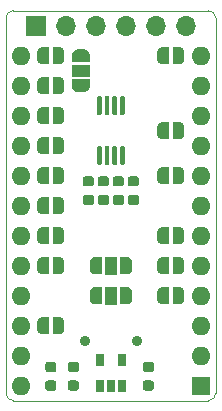
<source format=gbr>
%TF.GenerationSoftware,KiCad,Pcbnew,5.1.6+dfsg1-1~bpo10+1*%
%TF.CreationDate,2020-07-08T21:11:21+00:00*%
%TF.ProjectId,ProMicro_UART,50726f4d-6963-4726-9f5f-554152542e6b,v2*%
%TF.SameCoordinates,Original*%
%TF.FileFunction,Soldermask,Bot*%
%TF.FilePolarity,Negative*%
%FSLAX45Y45*%
G04 Gerber Fmt 4.5, Leading zero omitted, Abs format (unit mm)*
G04 Created by KiCad (PCBNEW 5.1.6+dfsg1-1~bpo10+1) date 2020-07-08 21:11:21*
%MOMM*%
%LPD*%
G01*
G04 APERTURE LIST*
%TA.AperFunction,Profile*%
%ADD10C,0.100000*%
%TD*%
%ADD11O,1.600000X1.600000*%
%ADD12R,1.600000X1.600000*%
%ADD13C,0.150000*%
%ADD14R,1.000000X1.500000*%
%ADD15R,1.500000X1.000000*%
%ADD16R,0.650000X1.060000*%
%ADD17C,0.900000*%
%ADD18O,1.700000X1.700000*%
%ADD19R,1.700000X1.700000*%
G04 APERTURE END LIST*
D10*
X-1651000Y3111500D02*
X-1651000Y-63500D01*
X127000Y3111500D02*
X127000Y-63500D01*
X-1587500Y-127000D02*
G75*
G02*
X-1651000Y-63500I0J63500D01*
G01*
X127000Y-63500D02*
G75*
G02*
X63500Y-127000I-63500J0D01*
G01*
X63500Y3175000D02*
G75*
G02*
X127000Y3111500I0J-63500D01*
G01*
X-1651000Y3111500D02*
G75*
G02*
X-1587500Y3175000I63500J0D01*
G01*
X63500Y-127000D02*
X-1587500Y-127000D01*
X-1587500Y3175000D02*
X63500Y3175000D01*
D11*
X-1524000Y0D03*
X-1524000Y254000D03*
X-1524000Y508000D03*
X0Y2794000D03*
X-1524000Y762000D03*
X0Y2540000D03*
X-1524000Y1016000D03*
X0Y2286000D03*
X-1524000Y1270000D03*
X0Y2032000D03*
X-1524000Y1524000D03*
X0Y1778000D03*
X-1524000Y1778000D03*
X0Y1524000D03*
X-1524000Y2032000D03*
X0Y1270000D03*
X-1524000Y2286000D03*
X0Y1016000D03*
X-1524000Y2540000D03*
X0Y762000D03*
X-1524000Y2794000D03*
X0Y508000D03*
X0Y254000D03*
D12*
X0Y0D03*
G36*
G01*
X-851125Y1616000D02*
X-799875Y1616000D01*
G75*
G02*
X-778000Y1594125I0J-21875D01*
G01*
X-778000Y1550375D01*
G75*
G02*
X-799875Y1528500I-21875J0D01*
G01*
X-851125Y1528500D01*
G75*
G02*
X-873000Y1550375I0J21875D01*
G01*
X-873000Y1594125D01*
G75*
G02*
X-851125Y1616000I21875J0D01*
G01*
G37*
G36*
G01*
X-851125Y1773500D02*
X-799875Y1773500D01*
G75*
G02*
X-778000Y1751625I0J-21875D01*
G01*
X-778000Y1707875D01*
G75*
G02*
X-799875Y1686000I-21875J0D01*
G01*
X-851125Y1686000D01*
G75*
G02*
X-873000Y1707875I0J21875D01*
G01*
X-873000Y1751625D01*
G75*
G02*
X-851125Y1773500I21875J0D01*
G01*
G37*
G36*
G01*
X-978125Y1616000D02*
X-926875Y1616000D01*
G75*
G02*
X-905000Y1594125I0J-21875D01*
G01*
X-905000Y1550375D01*
G75*
G02*
X-926875Y1528500I-21875J0D01*
G01*
X-978125Y1528500D01*
G75*
G02*
X-1000000Y1550375I0J21875D01*
G01*
X-1000000Y1594125D01*
G75*
G02*
X-978125Y1616000I21875J0D01*
G01*
G37*
G36*
G01*
X-978125Y1773500D02*
X-926875Y1773500D01*
G75*
G02*
X-905000Y1751625I0J-21875D01*
G01*
X-905000Y1707875D01*
G75*
G02*
X-926875Y1686000I-21875J0D01*
G01*
X-978125Y1686000D01*
G75*
G02*
X-1000000Y1707875I0J21875D01*
G01*
X-1000000Y1751625D01*
G75*
G02*
X-978125Y1773500I21875J0D01*
G01*
G37*
G36*
G01*
X-724125Y1616000D02*
X-672875Y1616000D01*
G75*
G02*
X-651000Y1594125I0J-21875D01*
G01*
X-651000Y1550375D01*
G75*
G02*
X-672875Y1528500I-21875J0D01*
G01*
X-724125Y1528500D01*
G75*
G02*
X-746000Y1550375I0J21875D01*
G01*
X-746000Y1594125D01*
G75*
G02*
X-724125Y1616000I21875J0D01*
G01*
G37*
G36*
G01*
X-724125Y1773500D02*
X-672875Y1773500D01*
G75*
G02*
X-651000Y1751625I0J-21875D01*
G01*
X-651000Y1707875D01*
G75*
G02*
X-672875Y1686000I-21875J0D01*
G01*
X-724125Y1686000D01*
G75*
G02*
X-746000Y1707875I0J21875D01*
G01*
X-746000Y1751625D01*
G75*
G02*
X-724125Y1773500I21875J0D01*
G01*
G37*
G36*
G01*
X-597125Y1616000D02*
X-545875Y1616000D01*
G75*
G02*
X-524000Y1594125I0J-21875D01*
G01*
X-524000Y1550375D01*
G75*
G02*
X-545875Y1528500I-21875J0D01*
G01*
X-597125Y1528500D01*
G75*
G02*
X-619000Y1550375I0J21875D01*
G01*
X-619000Y1594125D01*
G75*
G02*
X-597125Y1616000I21875J0D01*
G01*
G37*
G36*
G01*
X-597125Y1773500D02*
X-545875Y1773500D01*
G75*
G02*
X-524000Y1751625I0J-21875D01*
G01*
X-524000Y1707875D01*
G75*
G02*
X-545875Y1686000I-21875J0D01*
G01*
X-597125Y1686000D01*
G75*
G02*
X-619000Y1707875I0J21875D01*
G01*
X-619000Y1751625D01*
G75*
G02*
X-597125Y1773500I21875J0D01*
G01*
G37*
D13*
G36*
X-319000Y2084060D02*
G01*
X-321453Y2084060D01*
X-326337Y2084541D01*
X-331149Y2085498D01*
X-335845Y2086923D01*
X-340378Y2088800D01*
X-344705Y2091114D01*
X-348785Y2093840D01*
X-352578Y2096952D01*
X-356048Y2100422D01*
X-359160Y2104215D01*
X-361886Y2108295D01*
X-364199Y2112622D01*
X-366077Y2117156D01*
X-367502Y2121851D01*
X-368459Y2126664D01*
X-368940Y2131547D01*
X-368940Y2134000D01*
X-369000Y2134000D01*
X-369000Y2184000D01*
X-368940Y2184000D01*
X-368940Y2186453D01*
X-368459Y2191337D01*
X-367502Y2196149D01*
X-366077Y2200845D01*
X-364199Y2205378D01*
X-361886Y2209705D01*
X-359160Y2213785D01*
X-356048Y2217578D01*
X-352578Y2221048D01*
X-348785Y2224160D01*
X-344705Y2226886D01*
X-340378Y2229200D01*
X-335845Y2231077D01*
X-331149Y2232502D01*
X-326337Y2233459D01*
X-321453Y2233940D01*
X-319000Y2233940D01*
X-319000Y2234000D01*
X-269000Y2234000D01*
X-269000Y2084000D01*
X-319000Y2084000D01*
X-319000Y2084060D01*
G37*
G36*
X-239000Y2234000D02*
G01*
X-189000Y2234000D01*
X-189000Y2233940D01*
X-186547Y2233940D01*
X-181663Y2233459D01*
X-176851Y2232502D01*
X-172156Y2231077D01*
X-167622Y2229200D01*
X-163295Y2226886D01*
X-159215Y2224160D01*
X-155422Y2221048D01*
X-151952Y2217578D01*
X-148840Y2213785D01*
X-146114Y2209705D01*
X-143801Y2205378D01*
X-141923Y2200845D01*
X-140498Y2196149D01*
X-139541Y2191337D01*
X-139060Y2186453D01*
X-139060Y2184000D01*
X-139000Y2184000D01*
X-139000Y2134000D01*
X-139060Y2134000D01*
X-139060Y2131547D01*
X-139541Y2126664D01*
X-140498Y2121851D01*
X-141923Y2117156D01*
X-143801Y2112622D01*
X-146114Y2108295D01*
X-148840Y2104215D01*
X-151952Y2100422D01*
X-155422Y2096952D01*
X-159215Y2093840D01*
X-163295Y2091114D01*
X-167622Y2088800D01*
X-172156Y2086923D01*
X-176851Y2085498D01*
X-181663Y2084541D01*
X-186547Y2084060D01*
X-189000Y2084060D01*
X-189000Y2084000D01*
X-239000Y2084000D01*
X-239000Y2234000D01*
G37*
G36*
X-1335000Y433060D02*
G01*
X-1337453Y433060D01*
X-1342337Y433541D01*
X-1347149Y434498D01*
X-1351845Y435923D01*
X-1356378Y437800D01*
X-1360705Y440114D01*
X-1364785Y442840D01*
X-1368578Y445952D01*
X-1372048Y449422D01*
X-1375160Y453215D01*
X-1377886Y457295D01*
X-1380200Y461622D01*
X-1382077Y466155D01*
X-1383502Y470851D01*
X-1384459Y475663D01*
X-1384940Y480547D01*
X-1384940Y483000D01*
X-1385000Y483000D01*
X-1385000Y533000D01*
X-1384940Y533000D01*
X-1384940Y535453D01*
X-1384459Y540337D01*
X-1383502Y545149D01*
X-1382077Y549845D01*
X-1380200Y554378D01*
X-1377886Y558705D01*
X-1375160Y562785D01*
X-1372048Y566578D01*
X-1368578Y570048D01*
X-1364785Y573160D01*
X-1360705Y575886D01*
X-1356378Y578200D01*
X-1351845Y580077D01*
X-1347149Y581502D01*
X-1342337Y582459D01*
X-1337453Y582940D01*
X-1335000Y582940D01*
X-1335000Y583000D01*
X-1285000Y583000D01*
X-1285000Y433000D01*
X-1335000Y433000D01*
X-1335000Y433060D01*
G37*
G36*
X-1255000Y583000D02*
G01*
X-1205000Y583000D01*
X-1205000Y582940D01*
X-1202547Y582940D01*
X-1197664Y582459D01*
X-1192851Y581502D01*
X-1188156Y580077D01*
X-1183622Y578200D01*
X-1179295Y575886D01*
X-1175215Y573160D01*
X-1171422Y570048D01*
X-1167952Y566578D01*
X-1164840Y562785D01*
X-1162114Y558705D01*
X-1159801Y554378D01*
X-1157923Y549845D01*
X-1156498Y545149D01*
X-1155541Y540337D01*
X-1155060Y535453D01*
X-1155060Y533000D01*
X-1155000Y533000D01*
X-1155000Y483000D01*
X-1155060Y483000D01*
X-1155060Y480547D01*
X-1155541Y475663D01*
X-1156498Y470851D01*
X-1157923Y466155D01*
X-1159801Y461622D01*
X-1162114Y457295D01*
X-1164840Y453215D01*
X-1167952Y449422D01*
X-1171422Y445952D01*
X-1175215Y442840D01*
X-1179295Y440114D01*
X-1183622Y437800D01*
X-1188156Y435923D01*
X-1192851Y434498D01*
X-1197664Y433541D01*
X-1202547Y433060D01*
X-1205000Y433060D01*
X-1205000Y433000D01*
X-1255000Y433000D01*
X-1255000Y583000D01*
G37*
G36*
G01*
X-654500Y2289000D02*
X-674500Y2289000D01*
G75*
G02*
X-684500Y2299000I0J10000D01*
G01*
X-684500Y2441500D01*
G75*
G02*
X-674500Y2451500I10000J0D01*
G01*
X-654500Y2451500D01*
G75*
G02*
X-644500Y2441500I0J-10000D01*
G01*
X-644500Y2299000D01*
G75*
G02*
X-654500Y2289000I-10000J0D01*
G01*
G37*
G36*
G01*
X-719500Y2289000D02*
X-739500Y2289000D01*
G75*
G02*
X-749500Y2299000I0J10000D01*
G01*
X-749500Y2441500D01*
G75*
G02*
X-739500Y2451500I10000J0D01*
G01*
X-719500Y2451500D01*
G75*
G02*
X-709500Y2441500I0J-10000D01*
G01*
X-709500Y2299000D01*
G75*
G02*
X-719500Y2289000I-10000J0D01*
G01*
G37*
G36*
G01*
X-784500Y2289000D02*
X-804500Y2289000D01*
G75*
G02*
X-814500Y2299000I0J10000D01*
G01*
X-814500Y2441500D01*
G75*
G02*
X-804500Y2451500I10000J0D01*
G01*
X-784500Y2451500D01*
G75*
G02*
X-774500Y2441500I0J-10000D01*
G01*
X-774500Y2299000D01*
G75*
G02*
X-784500Y2289000I-10000J0D01*
G01*
G37*
G36*
G01*
X-849500Y2289000D02*
X-869500Y2289000D01*
G75*
G02*
X-879500Y2299000I0J10000D01*
G01*
X-879500Y2441500D01*
G75*
G02*
X-869500Y2451500I10000J0D01*
G01*
X-849500Y2451500D01*
G75*
G02*
X-839500Y2441500I0J-10000D01*
G01*
X-839500Y2299000D01*
G75*
G02*
X-849500Y2289000I-10000J0D01*
G01*
G37*
G36*
G01*
X-849500Y1866500D02*
X-869500Y1866500D01*
G75*
G02*
X-879500Y1876500I0J10000D01*
G01*
X-879500Y2019000D01*
G75*
G02*
X-869500Y2029000I10000J0D01*
G01*
X-849500Y2029000D01*
G75*
G02*
X-839500Y2019000I0J-10000D01*
G01*
X-839500Y1876500D01*
G75*
G02*
X-849500Y1866500I-10000J0D01*
G01*
G37*
G36*
G01*
X-784500Y1866500D02*
X-804500Y1866500D01*
G75*
G02*
X-814500Y1876500I0J10000D01*
G01*
X-814500Y2019000D01*
G75*
G02*
X-804500Y2029000I10000J0D01*
G01*
X-784500Y2029000D01*
G75*
G02*
X-774500Y2019000I0J-10000D01*
G01*
X-774500Y1876500D01*
G75*
G02*
X-784500Y1866500I-10000J0D01*
G01*
G37*
G36*
G01*
X-719500Y1866500D02*
X-739500Y1866500D01*
G75*
G02*
X-749500Y1876500I0J10000D01*
G01*
X-749500Y2019000D01*
G75*
G02*
X-739500Y2029000I10000J0D01*
G01*
X-719500Y2029000D01*
G75*
G02*
X-709500Y2019000I0J-10000D01*
G01*
X-709500Y1876500D01*
G75*
G02*
X-719500Y1866500I-10000J0D01*
G01*
G37*
G36*
G01*
X-654500Y1866500D02*
X-674500Y1866500D01*
G75*
G02*
X-684500Y1876500I0J10000D01*
G01*
X-684500Y2019000D01*
G75*
G02*
X-674500Y2029000I10000J0D01*
G01*
X-654500Y2029000D01*
G75*
G02*
X-644500Y2019000I0J-10000D01*
G01*
X-644500Y1876500D01*
G75*
G02*
X-654500Y1866500I-10000J0D01*
G01*
G37*
D14*
X-762000Y1016000D03*
D13*
G36*
X-632000Y1090940D02*
G01*
X-629547Y1090940D01*
X-624664Y1090459D01*
X-619851Y1089502D01*
X-615156Y1088077D01*
X-610622Y1086200D01*
X-606295Y1083886D01*
X-602215Y1081160D01*
X-598422Y1078048D01*
X-594952Y1074578D01*
X-591840Y1070785D01*
X-589114Y1066705D01*
X-586801Y1062378D01*
X-584923Y1057845D01*
X-583498Y1053149D01*
X-582541Y1048336D01*
X-582060Y1043453D01*
X-582060Y1041000D01*
X-582000Y1041000D01*
X-582000Y991000D01*
X-582060Y991000D01*
X-582060Y988547D01*
X-582541Y983663D01*
X-583498Y978851D01*
X-584923Y974155D01*
X-586801Y969622D01*
X-589114Y965295D01*
X-591840Y961215D01*
X-594952Y957422D01*
X-598422Y953952D01*
X-602215Y950840D01*
X-606295Y948114D01*
X-610622Y945800D01*
X-615156Y943923D01*
X-619851Y942498D01*
X-624664Y941541D01*
X-629547Y941060D01*
X-632000Y941060D01*
X-632000Y941000D01*
X-687000Y941000D01*
X-687000Y1091000D01*
X-632000Y1091000D01*
X-632000Y1090940D01*
G37*
G36*
X-837000Y941000D02*
G01*
X-892000Y941000D01*
X-892000Y941060D01*
X-894453Y941060D01*
X-899336Y941541D01*
X-904149Y942498D01*
X-908844Y943923D01*
X-913378Y945800D01*
X-917705Y948114D01*
X-921785Y950840D01*
X-925578Y953952D01*
X-929048Y957422D01*
X-932160Y961215D01*
X-934886Y965295D01*
X-937199Y969622D01*
X-939077Y974155D01*
X-940502Y978851D01*
X-941459Y983663D01*
X-941940Y988547D01*
X-941940Y991000D01*
X-942000Y991000D01*
X-942000Y1041000D01*
X-941940Y1041000D01*
X-941940Y1043453D01*
X-941459Y1048336D01*
X-940502Y1053149D01*
X-939077Y1057845D01*
X-937199Y1062378D01*
X-934886Y1066705D01*
X-932160Y1070785D01*
X-929048Y1074578D01*
X-925578Y1078048D01*
X-921785Y1081160D01*
X-917705Y1083886D01*
X-913378Y1086200D01*
X-908844Y1088077D01*
X-904149Y1089502D01*
X-899336Y1090459D01*
X-894453Y1090940D01*
X-892000Y1090940D01*
X-892000Y1091000D01*
X-837000Y1091000D01*
X-837000Y941000D01*
G37*
D14*
X-762000Y762000D03*
D13*
G36*
X-892000Y687060D02*
G01*
X-894453Y687060D01*
X-899336Y687541D01*
X-904149Y688498D01*
X-908844Y689923D01*
X-913378Y691801D01*
X-917705Y694114D01*
X-921785Y696840D01*
X-925578Y699952D01*
X-929048Y703422D01*
X-932160Y707215D01*
X-934886Y711295D01*
X-937199Y715622D01*
X-939077Y720155D01*
X-940502Y724851D01*
X-941459Y729663D01*
X-941940Y734547D01*
X-941940Y737000D01*
X-942000Y737000D01*
X-942000Y787000D01*
X-941940Y787000D01*
X-941940Y789453D01*
X-941459Y794336D01*
X-940502Y799149D01*
X-939077Y803844D01*
X-937199Y808378D01*
X-934886Y812705D01*
X-932160Y816785D01*
X-929048Y820578D01*
X-925578Y824048D01*
X-921785Y827160D01*
X-917705Y829886D01*
X-913378Y832199D01*
X-908844Y834077D01*
X-904149Y835502D01*
X-899336Y836459D01*
X-894453Y836940D01*
X-892000Y836940D01*
X-892000Y837000D01*
X-837000Y837000D01*
X-837000Y687000D01*
X-892000Y687000D01*
X-892000Y687060D01*
G37*
G36*
X-687000Y837000D02*
G01*
X-632000Y837000D01*
X-632000Y836940D01*
X-629547Y836940D01*
X-624664Y836459D01*
X-619851Y835502D01*
X-615156Y834077D01*
X-610622Y832199D01*
X-606295Y829886D01*
X-602215Y827160D01*
X-598422Y824048D01*
X-594952Y820578D01*
X-591840Y816785D01*
X-589114Y812705D01*
X-586801Y808378D01*
X-584923Y803844D01*
X-583498Y799149D01*
X-582541Y794336D01*
X-582060Y789453D01*
X-582060Y787000D01*
X-582000Y787000D01*
X-582000Y737000D01*
X-582060Y737000D01*
X-582060Y734547D01*
X-582541Y729663D01*
X-583498Y724851D01*
X-584923Y720155D01*
X-586801Y715622D01*
X-589114Y711295D01*
X-591840Y707215D01*
X-594952Y703422D01*
X-598422Y699952D01*
X-602215Y696840D01*
X-606295Y694114D01*
X-610622Y691801D01*
X-615156Y689923D01*
X-619851Y688498D01*
X-624664Y687541D01*
X-629547Y687060D01*
X-632000Y687060D01*
X-632000Y687000D01*
X-687000Y687000D01*
X-687000Y837000D01*
G37*
G36*
G01*
X-470125Y43750D02*
X-418875Y43750D01*
G75*
G02*
X-397000Y21875I0J-21875D01*
G01*
X-397000Y-21875D01*
G75*
G02*
X-418875Y-43750I-21875J0D01*
G01*
X-470125Y-43750D01*
G75*
G02*
X-492000Y-21875I0J21875D01*
G01*
X-492000Y21875D01*
G75*
G02*
X-470125Y43750I21875J0D01*
G01*
G37*
G36*
G01*
X-470125Y201250D02*
X-418875Y201250D01*
G75*
G02*
X-397000Y179375I0J-21875D01*
G01*
X-397000Y135625D01*
G75*
G02*
X-418875Y113750I-21875J0D01*
G01*
X-470125Y113750D01*
G75*
G02*
X-492000Y135625I0J21875D01*
G01*
X-492000Y179375D01*
G75*
G02*
X-470125Y201250I21875J0D01*
G01*
G37*
G36*
G01*
X-1053875Y113750D02*
X-1105125Y113750D01*
G75*
G02*
X-1127000Y135625I0J21875D01*
G01*
X-1127000Y179375D01*
G75*
G02*
X-1105125Y201250I21875J0D01*
G01*
X-1053875Y201250D01*
G75*
G02*
X-1032000Y179375I0J-21875D01*
G01*
X-1032000Y135625D01*
G75*
G02*
X-1053875Y113750I-21875J0D01*
G01*
G37*
G36*
G01*
X-1053875Y-43750D02*
X-1105125Y-43750D01*
G75*
G02*
X-1127000Y-21875I0J21875D01*
G01*
X-1127000Y21875D01*
G75*
G02*
X-1105125Y43750I21875J0D01*
G01*
X-1053875Y43750D01*
G75*
G02*
X-1032000Y21875I0J-21875D01*
G01*
X-1032000Y-21875D01*
G75*
G02*
X-1053875Y-43750I-21875J0D01*
G01*
G37*
G36*
X-1091000Y2742000D02*
G01*
X-1091000Y2797000D01*
X-1090940Y2797000D01*
X-1090940Y2799453D01*
X-1090459Y2804336D01*
X-1089502Y2809149D01*
X-1088077Y2813844D01*
X-1086200Y2818378D01*
X-1083886Y2822705D01*
X-1081160Y2826785D01*
X-1078048Y2830578D01*
X-1074578Y2834048D01*
X-1070785Y2837160D01*
X-1066705Y2839886D01*
X-1062378Y2842199D01*
X-1057845Y2844077D01*
X-1053149Y2845502D01*
X-1048336Y2846459D01*
X-1043453Y2846940D01*
X-1041000Y2846940D01*
X-1041000Y2847000D01*
X-991000Y2847000D01*
X-991000Y2846940D01*
X-988547Y2846940D01*
X-983663Y2846459D01*
X-978851Y2845502D01*
X-974155Y2844077D01*
X-969622Y2842199D01*
X-965295Y2839886D01*
X-961215Y2837160D01*
X-957422Y2834048D01*
X-953952Y2830578D01*
X-950840Y2826785D01*
X-948114Y2822705D01*
X-945800Y2818378D01*
X-943923Y2813844D01*
X-942498Y2809149D01*
X-941541Y2804336D01*
X-941060Y2799453D01*
X-941060Y2797000D01*
X-941000Y2797000D01*
X-941000Y2742000D01*
X-1091000Y2742000D01*
G37*
D15*
X-1016000Y2667000D03*
D13*
G36*
X-941060Y2537000D02*
G01*
X-941060Y2534547D01*
X-941541Y2529664D01*
X-942498Y2524851D01*
X-943923Y2520156D01*
X-945800Y2515622D01*
X-948114Y2511295D01*
X-950840Y2507215D01*
X-953952Y2503422D01*
X-957422Y2499952D01*
X-961215Y2496840D01*
X-965295Y2494114D01*
X-969622Y2491801D01*
X-974155Y2489923D01*
X-978851Y2488498D01*
X-983663Y2487541D01*
X-988547Y2487060D01*
X-991000Y2487060D01*
X-991000Y2487000D01*
X-1041000Y2487000D01*
X-1041000Y2487060D01*
X-1043453Y2487060D01*
X-1048336Y2487541D01*
X-1053149Y2488498D01*
X-1057845Y2489923D01*
X-1062378Y2491801D01*
X-1066705Y2494114D01*
X-1070785Y2496840D01*
X-1074578Y2499952D01*
X-1078048Y2503422D01*
X-1081160Y2507215D01*
X-1083886Y2511295D01*
X-1086200Y2515622D01*
X-1088077Y2520156D01*
X-1089502Y2524851D01*
X-1090459Y2529664D01*
X-1090940Y2534547D01*
X-1090940Y2537000D01*
X-1091000Y2537000D01*
X-1091000Y2592000D01*
X-941000Y2592000D01*
X-941000Y2537000D01*
X-941060Y2537000D01*
G37*
D16*
X-667000Y220000D03*
X-857000Y220000D03*
X-857000Y0D03*
X-762000Y0D03*
X-667000Y0D03*
G36*
G01*
X-1244375Y113750D02*
X-1295625Y113750D01*
G75*
G02*
X-1317500Y135625I0J21875D01*
G01*
X-1317500Y179375D01*
G75*
G02*
X-1295625Y201250I21875J0D01*
G01*
X-1244375Y201250D01*
G75*
G02*
X-1222500Y179375I0J-21875D01*
G01*
X-1222500Y135625D01*
G75*
G02*
X-1244375Y113750I-21875J0D01*
G01*
G37*
G36*
G01*
X-1244375Y-43750D02*
X-1295625Y-43750D01*
G75*
G02*
X-1317500Y-21875I0J21875D01*
G01*
X-1317500Y21875D01*
G75*
G02*
X-1295625Y43750I21875J0D01*
G01*
X-1244375Y43750D01*
G75*
G02*
X-1222500Y21875I0J-21875D01*
G01*
X-1222500Y-21875D01*
G75*
G02*
X-1244375Y-43750I-21875J0D01*
G01*
G37*
D17*
X-542000Y381000D03*
X-982000Y381000D03*
D13*
G36*
X-189000Y1344940D02*
G01*
X-186547Y1344940D01*
X-181663Y1344459D01*
X-176851Y1343502D01*
X-172156Y1342077D01*
X-167622Y1340200D01*
X-163295Y1337886D01*
X-159215Y1335160D01*
X-155422Y1332048D01*
X-151952Y1328578D01*
X-148840Y1324785D01*
X-146114Y1320705D01*
X-143801Y1316378D01*
X-141923Y1311845D01*
X-140498Y1307149D01*
X-139541Y1302337D01*
X-139060Y1297453D01*
X-139060Y1295000D01*
X-139000Y1295000D01*
X-139000Y1245000D01*
X-139060Y1245000D01*
X-139060Y1242547D01*
X-139541Y1237664D01*
X-140498Y1232851D01*
X-141923Y1228156D01*
X-143801Y1223622D01*
X-146114Y1219295D01*
X-148840Y1215215D01*
X-151952Y1211422D01*
X-155422Y1207952D01*
X-159215Y1204840D01*
X-163295Y1202114D01*
X-167622Y1199801D01*
X-172156Y1197923D01*
X-176851Y1196498D01*
X-181663Y1195541D01*
X-186547Y1195060D01*
X-189000Y1195060D01*
X-189000Y1195000D01*
X-239000Y1195000D01*
X-239000Y1345000D01*
X-189000Y1345000D01*
X-189000Y1344940D01*
G37*
G36*
X-269000Y1195000D02*
G01*
X-319000Y1195000D01*
X-319000Y1195060D01*
X-321453Y1195060D01*
X-326337Y1195541D01*
X-331149Y1196498D01*
X-335845Y1197923D01*
X-340378Y1199801D01*
X-344705Y1202114D01*
X-348785Y1204840D01*
X-352578Y1207952D01*
X-356048Y1211422D01*
X-359160Y1215215D01*
X-361886Y1219295D01*
X-364199Y1223622D01*
X-366077Y1228156D01*
X-367502Y1232851D01*
X-368459Y1237664D01*
X-368940Y1242547D01*
X-368940Y1245000D01*
X-369000Y1245000D01*
X-369000Y1295000D01*
X-368940Y1295000D01*
X-368940Y1297453D01*
X-368459Y1302337D01*
X-367502Y1307149D01*
X-366077Y1311845D01*
X-364199Y1316378D01*
X-361886Y1320705D01*
X-359160Y1324785D01*
X-356048Y1328578D01*
X-352578Y1332048D01*
X-348785Y1335160D01*
X-344705Y1337886D01*
X-340378Y1340200D01*
X-335845Y1342077D01*
X-331149Y1343502D01*
X-326337Y1344459D01*
X-321453Y1344940D01*
X-319000Y1344940D01*
X-319000Y1345000D01*
X-269000Y1345000D01*
X-269000Y1195000D01*
G37*
G36*
X-189000Y836940D02*
G01*
X-186547Y836940D01*
X-181663Y836459D01*
X-176851Y835502D01*
X-172156Y834077D01*
X-167622Y832199D01*
X-163295Y829886D01*
X-159215Y827160D01*
X-155422Y824048D01*
X-151952Y820578D01*
X-148840Y816785D01*
X-146114Y812705D01*
X-143801Y808378D01*
X-141923Y803844D01*
X-140498Y799149D01*
X-139541Y794336D01*
X-139060Y789453D01*
X-139060Y787000D01*
X-139000Y787000D01*
X-139000Y737000D01*
X-139060Y737000D01*
X-139060Y734547D01*
X-139541Y729663D01*
X-140498Y724851D01*
X-141923Y720155D01*
X-143801Y715622D01*
X-146114Y711295D01*
X-148840Y707215D01*
X-151952Y703422D01*
X-155422Y699952D01*
X-159215Y696840D01*
X-163295Y694114D01*
X-167622Y691801D01*
X-172156Y689923D01*
X-176851Y688498D01*
X-181663Y687541D01*
X-186547Y687060D01*
X-189000Y687060D01*
X-189000Y687000D01*
X-239000Y687000D01*
X-239000Y837000D01*
X-189000Y837000D01*
X-189000Y836940D01*
G37*
G36*
X-269000Y687000D02*
G01*
X-319000Y687000D01*
X-319000Y687060D01*
X-321453Y687060D01*
X-326337Y687541D01*
X-331149Y688498D01*
X-335845Y689923D01*
X-340378Y691801D01*
X-344705Y694114D01*
X-348785Y696840D01*
X-352578Y699952D01*
X-356048Y703422D01*
X-359160Y707215D01*
X-361886Y711295D01*
X-364199Y715622D01*
X-366077Y720155D01*
X-367502Y724851D01*
X-368459Y729663D01*
X-368940Y734547D01*
X-368940Y737000D01*
X-369000Y737000D01*
X-369000Y787000D01*
X-368940Y787000D01*
X-368940Y789453D01*
X-368459Y794336D01*
X-367502Y799149D01*
X-366077Y803844D01*
X-364199Y808378D01*
X-361886Y812705D01*
X-359160Y816785D01*
X-356048Y820578D01*
X-352578Y824048D01*
X-348785Y827160D01*
X-344705Y829886D01*
X-340378Y832199D01*
X-335845Y834077D01*
X-331149Y835502D01*
X-326337Y836459D01*
X-321453Y836940D01*
X-319000Y836940D01*
X-319000Y837000D01*
X-269000Y837000D01*
X-269000Y687000D01*
G37*
G36*
X-189000Y1090940D02*
G01*
X-186547Y1090940D01*
X-181663Y1090459D01*
X-176851Y1089502D01*
X-172156Y1088077D01*
X-167622Y1086200D01*
X-163295Y1083886D01*
X-159215Y1081160D01*
X-155422Y1078048D01*
X-151952Y1074578D01*
X-148840Y1070785D01*
X-146114Y1066705D01*
X-143801Y1062378D01*
X-141923Y1057845D01*
X-140498Y1053149D01*
X-139541Y1048336D01*
X-139060Y1043453D01*
X-139060Y1041000D01*
X-139000Y1041000D01*
X-139000Y991000D01*
X-139060Y991000D01*
X-139060Y988547D01*
X-139541Y983663D01*
X-140498Y978851D01*
X-141923Y974155D01*
X-143801Y969622D01*
X-146114Y965295D01*
X-148840Y961215D01*
X-151952Y957422D01*
X-155422Y953952D01*
X-159215Y950840D01*
X-163295Y948114D01*
X-167622Y945800D01*
X-172156Y943923D01*
X-176851Y942498D01*
X-181663Y941541D01*
X-186547Y941060D01*
X-189000Y941060D01*
X-189000Y941000D01*
X-239000Y941000D01*
X-239000Y1091000D01*
X-189000Y1091000D01*
X-189000Y1090940D01*
G37*
G36*
X-269000Y941000D02*
G01*
X-319000Y941000D01*
X-319000Y941060D01*
X-321453Y941060D01*
X-326337Y941541D01*
X-331149Y942498D01*
X-335845Y943923D01*
X-340378Y945800D01*
X-344705Y948114D01*
X-348785Y950840D01*
X-352578Y953952D01*
X-356048Y957422D01*
X-359160Y961215D01*
X-361886Y965295D01*
X-364199Y969622D01*
X-366077Y974155D01*
X-367502Y978851D01*
X-368459Y983663D01*
X-368940Y988547D01*
X-368940Y991000D01*
X-369000Y991000D01*
X-369000Y1041000D01*
X-368940Y1041000D01*
X-368940Y1043453D01*
X-368459Y1048336D01*
X-367502Y1053149D01*
X-366077Y1057845D01*
X-364199Y1062378D01*
X-361886Y1066705D01*
X-359160Y1070785D01*
X-356048Y1074578D01*
X-352578Y1078048D01*
X-348785Y1081160D01*
X-344705Y1083886D01*
X-340378Y1086200D01*
X-335845Y1088077D01*
X-331149Y1089502D01*
X-326337Y1090459D01*
X-321453Y1090940D01*
X-319000Y1090940D01*
X-319000Y1091000D01*
X-269000Y1091000D01*
X-269000Y941000D01*
G37*
G36*
X-189000Y1852940D02*
G01*
X-186547Y1852940D01*
X-181663Y1852459D01*
X-176851Y1851502D01*
X-172156Y1850077D01*
X-167622Y1848199D01*
X-163295Y1845886D01*
X-159215Y1843160D01*
X-155422Y1840048D01*
X-151952Y1836578D01*
X-148840Y1832785D01*
X-146114Y1828705D01*
X-143801Y1824378D01*
X-141923Y1819844D01*
X-140498Y1815149D01*
X-139541Y1810336D01*
X-139060Y1805453D01*
X-139060Y1803000D01*
X-139000Y1803000D01*
X-139000Y1753000D01*
X-139060Y1753000D01*
X-139060Y1750547D01*
X-139541Y1745663D01*
X-140498Y1740851D01*
X-141923Y1736155D01*
X-143801Y1731622D01*
X-146114Y1727295D01*
X-148840Y1723215D01*
X-151952Y1719422D01*
X-155422Y1715952D01*
X-159215Y1712840D01*
X-163295Y1710114D01*
X-167622Y1707800D01*
X-172156Y1705923D01*
X-176851Y1704498D01*
X-181663Y1703541D01*
X-186547Y1703060D01*
X-189000Y1703060D01*
X-189000Y1703000D01*
X-239000Y1703000D01*
X-239000Y1853000D01*
X-189000Y1853000D01*
X-189000Y1852940D01*
G37*
G36*
X-269000Y1703000D02*
G01*
X-319000Y1703000D01*
X-319000Y1703060D01*
X-321453Y1703060D01*
X-326337Y1703541D01*
X-331149Y1704498D01*
X-335845Y1705923D01*
X-340378Y1707800D01*
X-344705Y1710114D01*
X-348785Y1712840D01*
X-352578Y1715952D01*
X-356048Y1719422D01*
X-359160Y1723215D01*
X-361886Y1727295D01*
X-364199Y1731622D01*
X-366077Y1736155D01*
X-367502Y1740851D01*
X-368459Y1745663D01*
X-368940Y1750547D01*
X-368940Y1753000D01*
X-369000Y1753000D01*
X-369000Y1803000D01*
X-368940Y1803000D01*
X-368940Y1805453D01*
X-368459Y1810336D01*
X-367502Y1815149D01*
X-366077Y1819844D01*
X-364199Y1824378D01*
X-361886Y1828705D01*
X-359160Y1832785D01*
X-356048Y1836578D01*
X-352578Y1840048D01*
X-348785Y1843160D01*
X-344705Y1845886D01*
X-340378Y1848199D01*
X-335845Y1850077D01*
X-331149Y1851502D01*
X-326337Y1852459D01*
X-321453Y1852940D01*
X-319000Y1852940D01*
X-319000Y1853000D01*
X-269000Y1853000D01*
X-269000Y1703000D01*
G37*
G36*
X-1335000Y1195060D02*
G01*
X-1337453Y1195060D01*
X-1342337Y1195541D01*
X-1347149Y1196498D01*
X-1351845Y1197923D01*
X-1356378Y1199801D01*
X-1360705Y1202114D01*
X-1364785Y1204840D01*
X-1368578Y1207952D01*
X-1372048Y1211422D01*
X-1375160Y1215215D01*
X-1377886Y1219295D01*
X-1380200Y1223622D01*
X-1382077Y1228156D01*
X-1383502Y1232851D01*
X-1384459Y1237664D01*
X-1384940Y1242547D01*
X-1384940Y1245000D01*
X-1385000Y1245000D01*
X-1385000Y1295000D01*
X-1384940Y1295000D01*
X-1384940Y1297453D01*
X-1384459Y1302337D01*
X-1383502Y1307149D01*
X-1382077Y1311845D01*
X-1380200Y1316378D01*
X-1377886Y1320705D01*
X-1375160Y1324785D01*
X-1372048Y1328578D01*
X-1368578Y1332048D01*
X-1364785Y1335160D01*
X-1360705Y1337886D01*
X-1356378Y1340200D01*
X-1351845Y1342077D01*
X-1347149Y1343502D01*
X-1342337Y1344459D01*
X-1337453Y1344940D01*
X-1335000Y1344940D01*
X-1335000Y1345000D01*
X-1285000Y1345000D01*
X-1285000Y1195000D01*
X-1335000Y1195000D01*
X-1335000Y1195060D01*
G37*
G36*
X-1255000Y1345000D02*
G01*
X-1205000Y1345000D01*
X-1205000Y1344940D01*
X-1202547Y1344940D01*
X-1197664Y1344459D01*
X-1192851Y1343502D01*
X-1188156Y1342077D01*
X-1183622Y1340200D01*
X-1179295Y1337886D01*
X-1175215Y1335160D01*
X-1171422Y1332048D01*
X-1167952Y1328578D01*
X-1164840Y1324785D01*
X-1162114Y1320705D01*
X-1159801Y1316378D01*
X-1157923Y1311845D01*
X-1156498Y1307149D01*
X-1155541Y1302337D01*
X-1155060Y1297453D01*
X-1155060Y1295000D01*
X-1155000Y1295000D01*
X-1155000Y1245000D01*
X-1155060Y1245000D01*
X-1155060Y1242547D01*
X-1155541Y1237664D01*
X-1156498Y1232851D01*
X-1157923Y1228156D01*
X-1159801Y1223622D01*
X-1162114Y1219295D01*
X-1164840Y1215215D01*
X-1167952Y1211422D01*
X-1171422Y1207952D01*
X-1175215Y1204840D01*
X-1179295Y1202114D01*
X-1183622Y1199801D01*
X-1188156Y1197923D01*
X-1192851Y1196498D01*
X-1197664Y1195541D01*
X-1202547Y1195060D01*
X-1205000Y1195060D01*
X-1205000Y1195000D01*
X-1255000Y1195000D01*
X-1255000Y1345000D01*
G37*
G36*
X-1335000Y1449060D02*
G01*
X-1337453Y1449060D01*
X-1342337Y1449541D01*
X-1347149Y1450498D01*
X-1351845Y1451923D01*
X-1356378Y1453800D01*
X-1360705Y1456114D01*
X-1364785Y1458840D01*
X-1368578Y1461952D01*
X-1372048Y1465422D01*
X-1375160Y1469215D01*
X-1377886Y1473295D01*
X-1380200Y1477622D01*
X-1382077Y1482155D01*
X-1383502Y1486851D01*
X-1384459Y1491663D01*
X-1384940Y1496547D01*
X-1384940Y1499000D01*
X-1385000Y1499000D01*
X-1385000Y1549000D01*
X-1384940Y1549000D01*
X-1384940Y1551453D01*
X-1384459Y1556336D01*
X-1383502Y1561149D01*
X-1382077Y1565844D01*
X-1380200Y1570378D01*
X-1377886Y1574705D01*
X-1375160Y1578785D01*
X-1372048Y1582578D01*
X-1368578Y1586048D01*
X-1364785Y1589160D01*
X-1360705Y1591886D01*
X-1356378Y1594199D01*
X-1351845Y1596077D01*
X-1347149Y1597502D01*
X-1342337Y1598459D01*
X-1337453Y1598940D01*
X-1335000Y1598940D01*
X-1335000Y1599000D01*
X-1285000Y1599000D01*
X-1285000Y1449000D01*
X-1335000Y1449000D01*
X-1335000Y1449060D01*
G37*
G36*
X-1255000Y1599000D02*
G01*
X-1205000Y1599000D01*
X-1205000Y1598940D01*
X-1202547Y1598940D01*
X-1197664Y1598459D01*
X-1192851Y1597502D01*
X-1188156Y1596077D01*
X-1183622Y1594199D01*
X-1179295Y1591886D01*
X-1175215Y1589160D01*
X-1171422Y1586048D01*
X-1167952Y1582578D01*
X-1164840Y1578785D01*
X-1162114Y1574705D01*
X-1159801Y1570378D01*
X-1157923Y1565844D01*
X-1156498Y1561149D01*
X-1155541Y1556336D01*
X-1155060Y1551453D01*
X-1155060Y1549000D01*
X-1155000Y1549000D01*
X-1155000Y1499000D01*
X-1155060Y1499000D01*
X-1155060Y1496547D01*
X-1155541Y1491663D01*
X-1156498Y1486851D01*
X-1157923Y1482155D01*
X-1159801Y1477622D01*
X-1162114Y1473295D01*
X-1164840Y1469215D01*
X-1167952Y1465422D01*
X-1171422Y1461952D01*
X-1175215Y1458840D01*
X-1179295Y1456114D01*
X-1183622Y1453800D01*
X-1188156Y1451923D01*
X-1192851Y1450498D01*
X-1197664Y1449541D01*
X-1202547Y1449060D01*
X-1205000Y1449060D01*
X-1205000Y1449000D01*
X-1255000Y1449000D01*
X-1255000Y1599000D01*
G37*
G36*
X-1335000Y1703060D02*
G01*
X-1337453Y1703060D01*
X-1342337Y1703541D01*
X-1347149Y1704498D01*
X-1351845Y1705923D01*
X-1356378Y1707800D01*
X-1360705Y1710114D01*
X-1364785Y1712840D01*
X-1368578Y1715952D01*
X-1372048Y1719422D01*
X-1375160Y1723215D01*
X-1377886Y1727295D01*
X-1380200Y1731622D01*
X-1382077Y1736155D01*
X-1383502Y1740851D01*
X-1384459Y1745663D01*
X-1384940Y1750547D01*
X-1384940Y1753000D01*
X-1385000Y1753000D01*
X-1385000Y1803000D01*
X-1384940Y1803000D01*
X-1384940Y1805453D01*
X-1384459Y1810336D01*
X-1383502Y1815149D01*
X-1382077Y1819844D01*
X-1380200Y1824378D01*
X-1377886Y1828705D01*
X-1375160Y1832785D01*
X-1372048Y1836578D01*
X-1368578Y1840048D01*
X-1364785Y1843160D01*
X-1360705Y1845886D01*
X-1356378Y1848199D01*
X-1351845Y1850077D01*
X-1347149Y1851502D01*
X-1342337Y1852459D01*
X-1337453Y1852940D01*
X-1335000Y1852940D01*
X-1335000Y1853000D01*
X-1285000Y1853000D01*
X-1285000Y1703000D01*
X-1335000Y1703000D01*
X-1335000Y1703060D01*
G37*
G36*
X-1255000Y1853000D02*
G01*
X-1205000Y1853000D01*
X-1205000Y1852940D01*
X-1202547Y1852940D01*
X-1197664Y1852459D01*
X-1192851Y1851502D01*
X-1188156Y1850077D01*
X-1183622Y1848199D01*
X-1179295Y1845886D01*
X-1175215Y1843160D01*
X-1171422Y1840048D01*
X-1167952Y1836578D01*
X-1164840Y1832785D01*
X-1162114Y1828705D01*
X-1159801Y1824378D01*
X-1157923Y1819844D01*
X-1156498Y1815149D01*
X-1155541Y1810336D01*
X-1155060Y1805453D01*
X-1155060Y1803000D01*
X-1155000Y1803000D01*
X-1155000Y1753000D01*
X-1155060Y1753000D01*
X-1155060Y1750547D01*
X-1155541Y1745663D01*
X-1156498Y1740851D01*
X-1157923Y1736155D01*
X-1159801Y1731622D01*
X-1162114Y1727295D01*
X-1164840Y1723215D01*
X-1167952Y1719422D01*
X-1171422Y1715952D01*
X-1175215Y1712840D01*
X-1179295Y1710114D01*
X-1183622Y1707800D01*
X-1188156Y1705923D01*
X-1192851Y1704498D01*
X-1197664Y1703541D01*
X-1202547Y1703060D01*
X-1205000Y1703060D01*
X-1205000Y1703000D01*
X-1255000Y1703000D01*
X-1255000Y1853000D01*
G37*
G36*
X-1335000Y941060D02*
G01*
X-1337453Y941060D01*
X-1342337Y941541D01*
X-1347149Y942498D01*
X-1351845Y943923D01*
X-1356378Y945800D01*
X-1360705Y948114D01*
X-1364785Y950840D01*
X-1368578Y953952D01*
X-1372048Y957422D01*
X-1375160Y961215D01*
X-1377886Y965295D01*
X-1380200Y969622D01*
X-1382077Y974155D01*
X-1383502Y978851D01*
X-1384459Y983663D01*
X-1384940Y988547D01*
X-1384940Y991000D01*
X-1385000Y991000D01*
X-1385000Y1041000D01*
X-1384940Y1041000D01*
X-1384940Y1043453D01*
X-1384459Y1048336D01*
X-1383502Y1053149D01*
X-1382077Y1057845D01*
X-1380200Y1062378D01*
X-1377886Y1066705D01*
X-1375160Y1070785D01*
X-1372048Y1074578D01*
X-1368578Y1078048D01*
X-1364785Y1081160D01*
X-1360705Y1083886D01*
X-1356378Y1086200D01*
X-1351845Y1088077D01*
X-1347149Y1089502D01*
X-1342337Y1090459D01*
X-1337453Y1090940D01*
X-1335000Y1090940D01*
X-1335000Y1091000D01*
X-1285000Y1091000D01*
X-1285000Y941000D01*
X-1335000Y941000D01*
X-1335000Y941060D01*
G37*
G36*
X-1255000Y1091000D02*
G01*
X-1205000Y1091000D01*
X-1205000Y1090940D01*
X-1202547Y1090940D01*
X-1197664Y1090459D01*
X-1192851Y1089502D01*
X-1188156Y1088077D01*
X-1183622Y1086200D01*
X-1179295Y1083886D01*
X-1175215Y1081160D01*
X-1171422Y1078048D01*
X-1167952Y1074578D01*
X-1164840Y1070785D01*
X-1162114Y1066705D01*
X-1159801Y1062378D01*
X-1157923Y1057845D01*
X-1156498Y1053149D01*
X-1155541Y1048336D01*
X-1155060Y1043453D01*
X-1155060Y1041000D01*
X-1155000Y1041000D01*
X-1155000Y991000D01*
X-1155060Y991000D01*
X-1155060Y988547D01*
X-1155541Y983663D01*
X-1156498Y978851D01*
X-1157923Y974155D01*
X-1159801Y969622D01*
X-1162114Y965295D01*
X-1164840Y961215D01*
X-1167952Y957422D01*
X-1171422Y953952D01*
X-1175215Y950840D01*
X-1179295Y948114D01*
X-1183622Y945800D01*
X-1188156Y943923D01*
X-1192851Y942498D01*
X-1197664Y941541D01*
X-1202547Y941060D01*
X-1205000Y941060D01*
X-1205000Y941000D01*
X-1255000Y941000D01*
X-1255000Y1091000D01*
G37*
G36*
X-1335000Y2719060D02*
G01*
X-1337453Y2719060D01*
X-1342337Y2719541D01*
X-1347149Y2720498D01*
X-1351845Y2721923D01*
X-1356378Y2723801D01*
X-1360705Y2726114D01*
X-1364785Y2728840D01*
X-1368578Y2731952D01*
X-1372048Y2735422D01*
X-1375160Y2739215D01*
X-1377886Y2743295D01*
X-1380200Y2747622D01*
X-1382077Y2752156D01*
X-1383502Y2756851D01*
X-1384459Y2761664D01*
X-1384940Y2766547D01*
X-1384940Y2769000D01*
X-1385000Y2769000D01*
X-1385000Y2819000D01*
X-1384940Y2819000D01*
X-1384940Y2821453D01*
X-1384459Y2826336D01*
X-1383502Y2831149D01*
X-1382077Y2835844D01*
X-1380200Y2840378D01*
X-1377886Y2844705D01*
X-1375160Y2848785D01*
X-1372048Y2852578D01*
X-1368578Y2856048D01*
X-1364785Y2859160D01*
X-1360705Y2861886D01*
X-1356378Y2864199D01*
X-1351845Y2866077D01*
X-1347149Y2867502D01*
X-1342337Y2868459D01*
X-1337453Y2868940D01*
X-1335000Y2868940D01*
X-1335000Y2869000D01*
X-1285000Y2869000D01*
X-1285000Y2719000D01*
X-1335000Y2719000D01*
X-1335000Y2719060D01*
G37*
G36*
X-1255000Y2869000D02*
G01*
X-1205000Y2869000D01*
X-1205000Y2868940D01*
X-1202547Y2868940D01*
X-1197664Y2868459D01*
X-1192851Y2867502D01*
X-1188156Y2866077D01*
X-1183622Y2864199D01*
X-1179295Y2861886D01*
X-1175215Y2859160D01*
X-1171422Y2856048D01*
X-1167952Y2852578D01*
X-1164840Y2848785D01*
X-1162114Y2844705D01*
X-1159801Y2840378D01*
X-1157923Y2835844D01*
X-1156498Y2831149D01*
X-1155541Y2826336D01*
X-1155060Y2821453D01*
X-1155060Y2819000D01*
X-1155000Y2819000D01*
X-1155000Y2769000D01*
X-1155060Y2769000D01*
X-1155060Y2766547D01*
X-1155541Y2761664D01*
X-1156498Y2756851D01*
X-1157923Y2752156D01*
X-1159801Y2747622D01*
X-1162114Y2743295D01*
X-1164840Y2739215D01*
X-1167952Y2735422D01*
X-1171422Y2731952D01*
X-1175215Y2728840D01*
X-1179295Y2726114D01*
X-1183622Y2723801D01*
X-1188156Y2721923D01*
X-1192851Y2720498D01*
X-1197664Y2719541D01*
X-1202547Y2719060D01*
X-1205000Y2719060D01*
X-1205000Y2719000D01*
X-1255000Y2719000D01*
X-1255000Y2869000D01*
G37*
G36*
X-189000Y2868940D02*
G01*
X-186547Y2868940D01*
X-181663Y2868459D01*
X-176851Y2867502D01*
X-172156Y2866077D01*
X-167622Y2864199D01*
X-163295Y2861886D01*
X-159215Y2859160D01*
X-155422Y2856048D01*
X-151952Y2852578D01*
X-148840Y2848785D01*
X-146114Y2844705D01*
X-143801Y2840378D01*
X-141923Y2835844D01*
X-140498Y2831149D01*
X-139541Y2826336D01*
X-139060Y2821453D01*
X-139060Y2819000D01*
X-139000Y2819000D01*
X-139000Y2769000D01*
X-139060Y2769000D01*
X-139060Y2766547D01*
X-139541Y2761664D01*
X-140498Y2756851D01*
X-141923Y2752156D01*
X-143801Y2747622D01*
X-146114Y2743295D01*
X-148840Y2739215D01*
X-151952Y2735422D01*
X-155422Y2731952D01*
X-159215Y2728840D01*
X-163295Y2726114D01*
X-167622Y2723801D01*
X-172156Y2721923D01*
X-176851Y2720498D01*
X-181663Y2719541D01*
X-186547Y2719060D01*
X-189000Y2719060D01*
X-189000Y2719000D01*
X-239000Y2719000D01*
X-239000Y2869000D01*
X-189000Y2869000D01*
X-189000Y2868940D01*
G37*
G36*
X-269000Y2719000D02*
G01*
X-319000Y2719000D01*
X-319000Y2719060D01*
X-321453Y2719060D01*
X-326337Y2719541D01*
X-331149Y2720498D01*
X-335845Y2721923D01*
X-340378Y2723801D01*
X-344705Y2726114D01*
X-348785Y2728840D01*
X-352578Y2731952D01*
X-356048Y2735422D01*
X-359160Y2739215D01*
X-361886Y2743295D01*
X-364199Y2747622D01*
X-366077Y2752156D01*
X-367502Y2756851D01*
X-368459Y2761664D01*
X-368940Y2766547D01*
X-368940Y2769000D01*
X-369000Y2769000D01*
X-369000Y2819000D01*
X-368940Y2819000D01*
X-368940Y2821453D01*
X-368459Y2826336D01*
X-367502Y2831149D01*
X-366077Y2835844D01*
X-364199Y2840378D01*
X-361886Y2844705D01*
X-359160Y2848785D01*
X-356048Y2852578D01*
X-352578Y2856048D01*
X-348785Y2859160D01*
X-344705Y2861886D01*
X-340378Y2864199D01*
X-335845Y2866077D01*
X-331149Y2867502D01*
X-326337Y2868459D01*
X-321453Y2868940D01*
X-319000Y2868940D01*
X-319000Y2869000D01*
X-269000Y2869000D01*
X-269000Y2719000D01*
G37*
G36*
X-1335000Y2211060D02*
G01*
X-1337453Y2211060D01*
X-1342337Y2211541D01*
X-1347149Y2212498D01*
X-1351845Y2213923D01*
X-1356378Y2215801D01*
X-1360705Y2218114D01*
X-1364785Y2220840D01*
X-1368578Y2223952D01*
X-1372048Y2227422D01*
X-1375160Y2231215D01*
X-1377886Y2235295D01*
X-1380200Y2239622D01*
X-1382077Y2244156D01*
X-1383502Y2248851D01*
X-1384459Y2253664D01*
X-1384940Y2258547D01*
X-1384940Y2261000D01*
X-1385000Y2261000D01*
X-1385000Y2311000D01*
X-1384940Y2311000D01*
X-1384940Y2313453D01*
X-1384459Y2318337D01*
X-1383502Y2323149D01*
X-1382077Y2327845D01*
X-1380200Y2332378D01*
X-1377886Y2336705D01*
X-1375160Y2340785D01*
X-1372048Y2344578D01*
X-1368578Y2348048D01*
X-1364785Y2351160D01*
X-1360705Y2353886D01*
X-1356378Y2356200D01*
X-1351845Y2358077D01*
X-1347149Y2359502D01*
X-1342337Y2360459D01*
X-1337453Y2360940D01*
X-1335000Y2360940D01*
X-1335000Y2361000D01*
X-1285000Y2361000D01*
X-1285000Y2211000D01*
X-1335000Y2211000D01*
X-1335000Y2211060D01*
G37*
G36*
X-1255000Y2361000D02*
G01*
X-1205000Y2361000D01*
X-1205000Y2360940D01*
X-1202547Y2360940D01*
X-1197664Y2360459D01*
X-1192851Y2359502D01*
X-1188156Y2358077D01*
X-1183622Y2356200D01*
X-1179295Y2353886D01*
X-1175215Y2351160D01*
X-1171422Y2348048D01*
X-1167952Y2344578D01*
X-1164840Y2340785D01*
X-1162114Y2336705D01*
X-1159801Y2332378D01*
X-1157923Y2327845D01*
X-1156498Y2323149D01*
X-1155541Y2318337D01*
X-1155060Y2313453D01*
X-1155060Y2311000D01*
X-1155000Y2311000D01*
X-1155000Y2261000D01*
X-1155060Y2261000D01*
X-1155060Y2258547D01*
X-1155541Y2253664D01*
X-1156498Y2248851D01*
X-1157923Y2244156D01*
X-1159801Y2239622D01*
X-1162114Y2235295D01*
X-1164840Y2231215D01*
X-1167952Y2227422D01*
X-1171422Y2223952D01*
X-1175215Y2220840D01*
X-1179295Y2218114D01*
X-1183622Y2215801D01*
X-1188156Y2213923D01*
X-1192851Y2212498D01*
X-1197664Y2211541D01*
X-1202547Y2211060D01*
X-1205000Y2211060D01*
X-1205000Y2211000D01*
X-1255000Y2211000D01*
X-1255000Y2361000D01*
G37*
G36*
X-1335000Y2465060D02*
G01*
X-1337453Y2465060D01*
X-1342337Y2465541D01*
X-1347149Y2466498D01*
X-1351845Y2467923D01*
X-1356378Y2469801D01*
X-1360705Y2472114D01*
X-1364785Y2474840D01*
X-1368578Y2477952D01*
X-1372048Y2481422D01*
X-1375160Y2485215D01*
X-1377886Y2489295D01*
X-1380200Y2493622D01*
X-1382077Y2498156D01*
X-1383502Y2502851D01*
X-1384459Y2507664D01*
X-1384940Y2512547D01*
X-1384940Y2515000D01*
X-1385000Y2515000D01*
X-1385000Y2565000D01*
X-1384940Y2565000D01*
X-1384940Y2567453D01*
X-1384459Y2572337D01*
X-1383502Y2577149D01*
X-1382077Y2581845D01*
X-1380200Y2586378D01*
X-1377886Y2590705D01*
X-1375160Y2594785D01*
X-1372048Y2598578D01*
X-1368578Y2602048D01*
X-1364785Y2605160D01*
X-1360705Y2607886D01*
X-1356378Y2610200D01*
X-1351845Y2612077D01*
X-1347149Y2613502D01*
X-1342337Y2614459D01*
X-1337453Y2614940D01*
X-1335000Y2614940D01*
X-1335000Y2615000D01*
X-1285000Y2615000D01*
X-1285000Y2465000D01*
X-1335000Y2465000D01*
X-1335000Y2465060D01*
G37*
G36*
X-1255000Y2615000D02*
G01*
X-1205000Y2615000D01*
X-1205000Y2614940D01*
X-1202547Y2614940D01*
X-1197664Y2614459D01*
X-1192851Y2613502D01*
X-1188156Y2612077D01*
X-1183622Y2610200D01*
X-1179295Y2607886D01*
X-1175215Y2605160D01*
X-1171422Y2602048D01*
X-1167952Y2598578D01*
X-1164840Y2594785D01*
X-1162114Y2590705D01*
X-1159801Y2586378D01*
X-1157923Y2581845D01*
X-1156498Y2577149D01*
X-1155541Y2572337D01*
X-1155060Y2567453D01*
X-1155060Y2565000D01*
X-1155000Y2565000D01*
X-1155000Y2515000D01*
X-1155060Y2515000D01*
X-1155060Y2512547D01*
X-1155541Y2507664D01*
X-1156498Y2502851D01*
X-1157923Y2498156D01*
X-1159801Y2493622D01*
X-1162114Y2489295D01*
X-1164840Y2485215D01*
X-1167952Y2481422D01*
X-1171422Y2477952D01*
X-1175215Y2474840D01*
X-1179295Y2472114D01*
X-1183622Y2469801D01*
X-1188156Y2467923D01*
X-1192851Y2466498D01*
X-1197664Y2465541D01*
X-1202547Y2465060D01*
X-1205000Y2465060D01*
X-1205000Y2465000D01*
X-1255000Y2465000D01*
X-1255000Y2615000D01*
G37*
G36*
X-1335000Y1957060D02*
G01*
X-1337453Y1957060D01*
X-1342337Y1957541D01*
X-1347149Y1958498D01*
X-1351845Y1959923D01*
X-1356378Y1961800D01*
X-1360705Y1964114D01*
X-1364785Y1966840D01*
X-1368578Y1969952D01*
X-1372048Y1973422D01*
X-1375160Y1977215D01*
X-1377886Y1981295D01*
X-1380200Y1985622D01*
X-1382077Y1990155D01*
X-1383502Y1994851D01*
X-1384459Y1999663D01*
X-1384940Y2004547D01*
X-1384940Y2007000D01*
X-1385000Y2007000D01*
X-1385000Y2057000D01*
X-1384940Y2057000D01*
X-1384940Y2059453D01*
X-1384459Y2064336D01*
X-1383502Y2069149D01*
X-1382077Y2073844D01*
X-1380200Y2078378D01*
X-1377886Y2082705D01*
X-1375160Y2086785D01*
X-1372048Y2090578D01*
X-1368578Y2094048D01*
X-1364785Y2097160D01*
X-1360705Y2099886D01*
X-1356378Y2102200D01*
X-1351845Y2104077D01*
X-1347149Y2105502D01*
X-1342337Y2106459D01*
X-1337453Y2106940D01*
X-1335000Y2106940D01*
X-1335000Y2107000D01*
X-1285000Y2107000D01*
X-1285000Y1957000D01*
X-1335000Y1957000D01*
X-1335000Y1957060D01*
G37*
G36*
X-1255000Y2107000D02*
G01*
X-1205000Y2107000D01*
X-1205000Y2106940D01*
X-1202547Y2106940D01*
X-1197664Y2106459D01*
X-1192851Y2105502D01*
X-1188156Y2104077D01*
X-1183622Y2102200D01*
X-1179295Y2099886D01*
X-1175215Y2097160D01*
X-1171422Y2094048D01*
X-1167952Y2090578D01*
X-1164840Y2086785D01*
X-1162114Y2082705D01*
X-1159801Y2078378D01*
X-1157923Y2073844D01*
X-1156498Y2069149D01*
X-1155541Y2064336D01*
X-1155060Y2059453D01*
X-1155060Y2057000D01*
X-1155000Y2057000D01*
X-1155000Y2007000D01*
X-1155060Y2007000D01*
X-1155060Y2004547D01*
X-1155541Y1999663D01*
X-1156498Y1994851D01*
X-1157923Y1990155D01*
X-1159801Y1985622D01*
X-1162114Y1981295D01*
X-1164840Y1977215D01*
X-1167952Y1973422D01*
X-1171422Y1969952D01*
X-1175215Y1966840D01*
X-1179295Y1964114D01*
X-1183622Y1961800D01*
X-1188156Y1959923D01*
X-1192851Y1958498D01*
X-1197664Y1957541D01*
X-1202547Y1957060D01*
X-1205000Y1957060D01*
X-1205000Y1957000D01*
X-1255000Y1957000D01*
X-1255000Y2107000D01*
G37*
D18*
X-127000Y3048000D03*
X-381000Y3048000D03*
X-635000Y3048000D03*
X-889000Y3048000D03*
X-1143000Y3048000D03*
D19*
X-1397000Y3048000D03*
M02*

</source>
